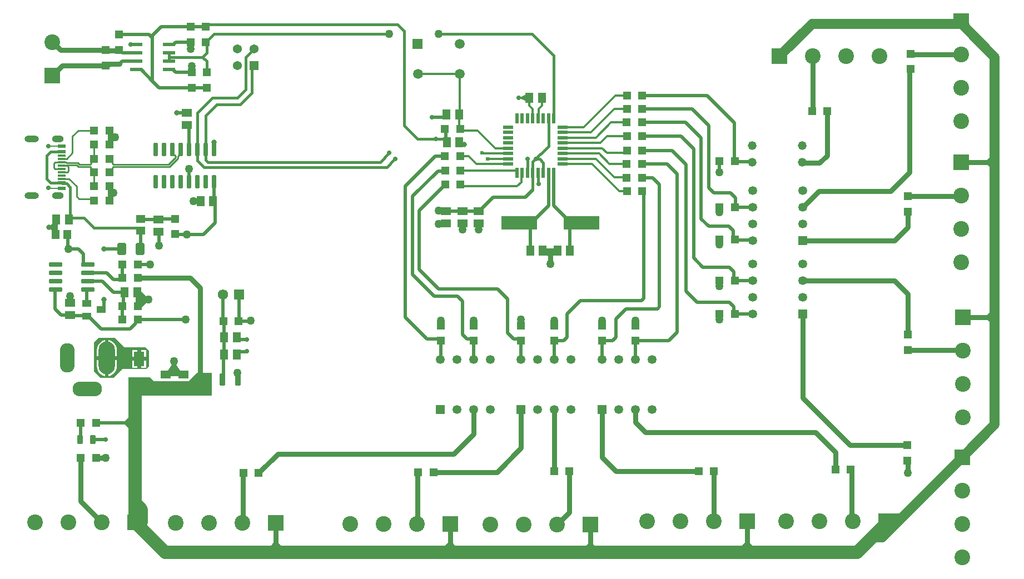
<source format=gtl>
G04*
G04 #@! TF.GenerationSoftware,Altium Limited,Altium Designer,25.4.2 (15)*
G04*
G04 Layer_Physical_Order=1*
G04 Layer_Color=255*
%FSLAX44Y44*%
%MOMM*%
G71*
G04*
G04 #@! TF.SameCoordinates,AB3986B5-8965-4272-984F-493E451A5069*
G04*
G04*
G04 #@! TF.FilePolarity,Positive*
G04*
G01*
G75*
%ADD10C,0.2000*%
%ADD11C,0.4000*%
%ADD14C,0.3000*%
%ADD81R,1.1500X1.1500*%
G04:AMPARAMS|DCode=82|XSize=1.97mm|YSize=0.6mm|CornerRadius=0.075mm|HoleSize=0mm|Usage=FLASHONLY|Rotation=270.000|XOffset=0mm|YOffset=0mm|HoleType=Round|Shape=RoundedRectangle|*
%AMROUNDEDRECTD82*
21,1,1.9700,0.4500,0,0,270.0*
21,1,1.8200,0.6000,0,0,270.0*
1,1,0.1500,-0.2250,-0.9100*
1,1,0.1500,-0.2250,0.9100*
1,1,0.1500,0.2250,0.9100*
1,1,0.1500,0.2250,-0.9100*
%
%ADD82ROUNDEDRECTD82*%
G04:AMPARAMS|DCode=83|XSize=1.84mm|YSize=0.93mm|CornerRadius=0.1163mm|HoleSize=0mm|Usage=FLASHONLY|Rotation=270.000|XOffset=0mm|YOffset=0mm|HoleType=Round|Shape=RoundedRectangle|*
%AMROUNDEDRECTD83*
21,1,1.8400,0.6975,0,0,270.0*
21,1,1.6075,0.9300,0,0,270.0*
1,1,0.2325,-0.3488,-0.8038*
1,1,0.2325,-0.3488,0.8038*
1,1,0.2325,0.3488,0.8038*
1,1,0.2325,0.3488,-0.8038*
%
%ADD83ROUNDEDRECTD83*%
%ADD84R,1.1500X0.2980*%
%ADD85R,1.1500X0.5900*%
%ADD86R,1.3000X1.5000*%
%ADD87R,1.1500X1.1500*%
%ADD88R,1.2000X1.4700*%
%ADD89R,1.5000X1.3000*%
%ADD90R,1.9812X0.5334*%
%ADD91R,5.5000X2.0000*%
G04:AMPARAMS|DCode=92|XSize=0.55mm|YSize=1.47mm|CornerRadius=0.0688mm|HoleSize=0mm|Usage=FLASHONLY|Rotation=90.000|XOffset=0mm|YOffset=0mm|HoleType=Round|Shape=RoundedRectangle|*
%AMROUNDEDRECTD92*
21,1,0.5500,1.3325,0,0,90.0*
21,1,0.4125,1.4700,0,0,90.0*
1,1,0.1375,0.6663,0.2063*
1,1,0.1375,0.6663,-0.2063*
1,1,0.1375,-0.6663,-0.2063*
1,1,0.1375,-0.6663,0.2063*
%
%ADD92ROUNDEDRECTD92*%
G04:AMPARAMS|DCode=93|XSize=1.47mm|YSize=0.55mm|CornerRadius=0.0688mm|HoleSize=0mm|Usage=FLASHONLY|Rotation=90.000|XOffset=0mm|YOffset=0mm|HoleType=Round|Shape=RoundedRectangle|*
%AMROUNDEDRECTD93*
21,1,1.4700,0.4125,0,0,90.0*
21,1,1.3325,0.5500,0,0,90.0*
1,1,0.1375,0.2063,0.6663*
1,1,0.1375,0.2063,-0.6663*
1,1,0.1375,-0.2063,-0.6663*
1,1,0.1375,-0.2063,0.6663*
%
%ADD93ROUNDEDRECTD93*%
%ADD94R,1.4700X1.2000*%
%ADD95R,1.4000X1.0000*%
%ADD96R,1.5500X2.2000*%
G04:AMPARAMS|DCode=97|XSize=0.86mm|YSize=1.36mm|CornerRadius=0.215mm|HoleSize=0mm|Usage=FLASHONLY|Rotation=180.000|XOffset=0mm|YOffset=0mm|HoleType=Round|Shape=RoundedRectangle|*
%AMROUNDEDRECTD97*
21,1,0.8600,0.9300,0,0,180.0*
21,1,0.4300,1.3600,0,0,180.0*
1,1,0.4300,-0.2150,0.4650*
1,1,0.4300,0.2150,0.4650*
1,1,0.4300,0.2150,-0.4650*
1,1,0.4300,-0.2150,-0.4650*
%
%ADD97ROUNDEDRECTD97*%
G04:AMPARAMS|DCode=98|XSize=1.97mm|YSize=0.6mm|CornerRadius=0.075mm|HoleSize=0mm|Usage=FLASHONLY|Rotation=180.000|XOffset=0mm|YOffset=0mm|HoleType=Round|Shape=RoundedRectangle|*
%AMROUNDEDRECTD98*
21,1,1.9700,0.4500,0,0,180.0*
21,1,1.8200,0.6000,0,0,180.0*
1,1,0.1500,-0.9100,0.2250*
1,1,0.1500,0.9100,0.2250*
1,1,0.1500,0.9100,-0.2250*
1,1,0.1500,-0.9100,-0.2250*
%
%ADD98ROUNDEDRECTD98*%
G04:AMPARAMS|DCode=99|XSize=1.3mm|YSize=1.8mm|CornerRadius=0.195mm|HoleSize=0mm|Usage=FLASHONLY|Rotation=0.000|XOffset=0mm|YOffset=0mm|HoleType=Round|Shape=RoundedRectangle|*
%AMROUNDEDRECTD99*
21,1,1.3000,1.4100,0,0,0.0*
21,1,0.9100,1.8000,0,0,0.0*
1,1,0.3900,0.4550,-0.7050*
1,1,0.3900,-0.4550,-0.7050*
1,1,0.3900,-0.4550,0.7050*
1,1,0.3900,0.4550,0.7050*
%
%ADD99ROUNDEDRECTD99*%
%ADD100C,1.5400*%
%ADD101C,0.7400*%
%ADD102C,2.0000*%
%ADD103C,0.5400*%
%ADD104C,0.2772*%
%ADD105C,0.7300*%
%ADD106R,1.4980X1.4980*%
%ADD107C,1.4980*%
%ADD108O,1.8000X1.0000*%
%ADD109O,2.2000X1.0000*%
%ADD110C,2.4000*%
%ADD111R,2.4000X2.4000*%
%ADD112R,2.4000X2.4000*%
%ADD113O,4.5000X2.2500*%
%ADD114O,2.2500X4.5000*%
%ADD115O,2.5000X5.0000*%
%ADD116C,1.3500*%
%ADD117R,1.3500X1.3500*%
%ADD118R,1.3500X1.3500*%
%ADD119C,1.3208*%
%ADD120C,1.3700*%
%ADD121R,1.3700X1.3700*%
%ADD122R,1.5750X1.5750*%
%ADD123C,1.5750*%
%ADD124C,0.8000*%
%ADD125C,1.2700*%
%ADD126C,0.7000*%
%ADD127C,0.6000*%
%ADD128C,0.6110*%
G36*
X781050Y722630D02*
X778510Y725170D01*
Y722630D01*
X767080Y727710D01*
X773430Y730250D01*
X778510Y732790D01*
Y730250D01*
X781050Y732790D01*
Y722630D01*
D02*
G37*
G36*
X153035Y667385D02*
X151768D01*
Y666117D01*
X147638Y661988D01*
X144150D01*
Y676270D01*
X153035Y667385D01*
D02*
G37*
G36*
X153670Y583250D02*
Y581340D01*
X143830Y571500D01*
Y593090D01*
X153670Y583250D01*
D02*
G37*
G36*
X62725Y519925D02*
X62560Y519760D01*
X52070Y530250D01*
Y531470D01*
X62725Y542125D01*
Y519925D01*
D02*
G37*
G36*
X815035Y483392D02*
X814818D01*
X806710Y491500D01*
X823142D01*
X815035Y483392D01*
D02*
G37*
G36*
X204720Y420620D02*
X188980Y404880D01*
X188515Y405345D01*
Y436825D01*
X204720Y420620D01*
D02*
G37*
G36*
X256059Y306680D02*
X228600D01*
X242288Y326108D01*
X256059Y306680D01*
D02*
G37*
G36*
X166370Y347980D02*
X199390D01*
X204470Y342900D01*
Y318770D01*
X200660Y314960D01*
X163830D01*
X149860Y300990D01*
X130810D01*
X120650Y311150D01*
Y355600D01*
X127000Y361950D01*
X152400D01*
X166370Y347980D01*
D02*
G37*
G36*
X299720Y274320D02*
X172720D01*
Y302260D01*
X205740D01*
X212090Y295910D01*
X264160D01*
X276860Y308610D01*
X299720D01*
Y274320D01*
D02*
G37*
%LPC*%
G36*
X142700Y358810D02*
Y334240D01*
X155043D01*
Y343970D01*
X154752Y346918D01*
X153892Y349753D01*
X152496Y352366D01*
X150616Y354656D01*
X148326Y356536D01*
X145713Y357932D01*
X142878Y358792D01*
X142700Y358810D01*
D02*
G37*
G36*
X137160D02*
X136982Y358792D01*
X134147Y357932D01*
X131534Y356536D01*
X129244Y354656D01*
X127364Y352366D01*
X125968Y349753D01*
X125108Y346918D01*
X124817Y343970D01*
Y334240D01*
X137160D01*
Y358810D01*
D02*
G37*
G36*
X199520Y344100D02*
X192000D01*
Y333330D01*
X199520D01*
Y344100D01*
D02*
G37*
G36*
X186460D02*
X178940D01*
Y333330D01*
X186460D01*
Y344100D01*
D02*
G37*
G36*
X199520Y327790D02*
X192000D01*
Y317020D01*
X199520D01*
Y327790D01*
D02*
G37*
G36*
X186460D02*
X178940D01*
Y317020D01*
X186460D01*
Y327790D01*
D02*
G37*
G36*
X155043Y328700D02*
X142700D01*
Y304130D01*
X142878Y304148D01*
X145713Y305008D01*
X148326Y306404D01*
X150616Y308284D01*
X152496Y310574D01*
X153892Y313187D01*
X154752Y316022D01*
X155043Y318970D01*
Y328700D01*
D02*
G37*
G36*
X137160D02*
X124817D01*
Y318970D01*
X125108Y316022D01*
X125968Y313187D01*
X127364Y310574D01*
X129244Y308284D01*
X131534Y306404D01*
X134147Y305008D01*
X136982Y304148D01*
X137160Y304130D01*
Y328700D01*
D02*
G37*
%LPD*%
D10*
X50925Y590425D02*
X70955D01*
X50800Y590550D02*
X50925Y590425D01*
X70955D02*
X71080Y590300D01*
X50925Y654175D02*
X70955D01*
X50800Y654050D02*
X50925Y654175D01*
X70955D02*
X71080Y654300D01*
D11*
X593090Y685800D02*
Y829310D01*
X582930Y839470D02*
X593090Y829310D01*
X294000Y839470D02*
X582930D01*
X290830Y836300D02*
X294000Y839470D01*
X820480Y697020D02*
Y792420D01*
X787400Y825500D02*
X820480Y792420D01*
X645160Y825500D02*
X787400D01*
X303530D02*
X570230D01*
X290830Y812800D02*
X303530Y825500D01*
X797020Y597440D02*
Y613023D01*
X796635Y613408D02*
X797020Y613023D01*
Y597440D02*
X797560Y596900D01*
X788480Y630567D02*
X812480Y654567D01*
X793928Y634823D02*
X799007D01*
X804480Y629350D01*
X793750Y635000D02*
X793928Y634823D01*
X278130Y632460D02*
X288290Y622300D01*
X278130Y632460D02*
Y649590D01*
X288290Y622300D02*
X566420D01*
X278130Y649590D02*
Y704850D01*
X613410Y665480D02*
X641350D01*
X593090Y685800D02*
X613410Y665480D01*
X780480Y613620D02*
Y633997D01*
X788480Y613620D02*
Y630567D01*
X641350Y665480D02*
X656295D01*
X812480Y654567D02*
Y697020D01*
X300990Y727710D02*
X339090D01*
X278130Y704850D02*
X300990Y727710D01*
X339090D02*
X351790Y740410D01*
X307340Y717550D02*
X342900D01*
X360680Y735330D02*
Y773430D01*
X342900Y717550D02*
X360680Y735330D01*
X351790Y740410D02*
Y789940D01*
X360680Y773430D02*
X364490Y777240D01*
X351790Y789940D02*
X364490Y802640D01*
X290830Y649590D02*
Y701040D01*
X307340Y717550D01*
X293993Y629920D02*
X556260D01*
X566420Y622300D02*
X577850Y633730D01*
X556260Y629920D02*
X570230Y643890D01*
X290830Y633083D02*
Y649590D01*
Y633083D02*
X293993Y629920D01*
X285750Y789940D02*
X292100Y783590D01*
X285750Y789940D02*
X292100Y796290D01*
Y811530D01*
X234188Y789940D02*
X285750D01*
X290830Y812800D02*
X292100Y811530D01*
Y767080D02*
Y783590D01*
X234188Y789940D02*
Y796290D01*
Y783590D02*
Y789940D01*
X81890Y542290D02*
X84430Y544830D01*
X48260Y604520D02*
Y640080D01*
X105410Y544830D02*
X120170Y530070D01*
X84430Y544830D02*
X105410D01*
X120170Y530070D02*
X186420D01*
X188940Y527550D01*
Y523240D02*
Y527550D01*
X83820Y544220D02*
Y591917D01*
X78387Y597350D02*
X83820Y591917D01*
X72030Y597350D02*
X78387D01*
X71080Y598300D02*
X72030Y597350D01*
X54480Y646300D02*
X71080D01*
X48260Y640080D02*
X54480Y646300D01*
X48260Y604520D02*
X54480Y598300D01*
X71080D01*
X804480Y613620D02*
Y629350D01*
X788480Y587820D02*
Y613620D01*
D14*
X614160Y764900D02*
X677660D01*
Y703720D02*
Y764900D01*
X676250Y702310D02*
X677660Y703720D01*
X676250Y682650D02*
Y702310D01*
X702370Y627320D02*
X750780D01*
X711200Y643890D02*
X711485Y643605D01*
X750495D01*
X720090Y635000D02*
X720250Y635160D01*
X750620D01*
X750780Y635320D01*
X750495Y643605D02*
X750780Y643320D01*
X678180Y638810D02*
X690880D01*
X702370Y627320D01*
X676250Y682650D02*
X680720Y678180D01*
X771230Y599780D02*
Y612370D01*
X764540Y593090D02*
X771230Y599780D01*
X681040Y593090D02*
X764540D01*
X678500Y595630D02*
X681040Y593090D01*
X771230Y612370D02*
X772480Y613620D01*
X764480D02*
Y615970D01*
X763230Y617220D02*
X764480Y615970D01*
X678500Y617220D02*
X763230D01*
X704850Y678180D02*
X731710Y651320D01*
X680720Y678180D02*
X704850D01*
X731710Y651320D02*
X750780D01*
X914400Y731520D02*
X931860D01*
X866200Y683320D02*
X914400Y731520D01*
X877250Y675320D02*
X913130Y711200D01*
X931860D01*
X834180Y675320D02*
X877250D01*
X884490Y667320D02*
X908050Y690880D01*
X834180Y667320D02*
X884490D01*
X908050Y690880D02*
X931540D01*
X901700Y643890D02*
X928050D01*
X894270Y651320D02*
X901700Y643890D01*
X834180Y651320D02*
X894270D01*
X920750Y585470D02*
X931860D01*
X878900Y627320D02*
X920750Y585470D01*
X834180Y627320D02*
X878900D01*
X884870Y635320D02*
X913130Y607060D01*
X930270D01*
X834180Y635320D02*
X884870D01*
X905510Y627380D02*
X931540D01*
X834180Y643320D02*
X889570D01*
X905510Y627380D01*
X928050Y643890D02*
X931860Y647700D01*
X930270Y607060D02*
X931540Y605790D01*
X901700Y669290D02*
X931860D01*
X891730Y659320D02*
X901700Y669290D01*
X834180Y659320D02*
X891730D01*
X834180Y683320D02*
X866200D01*
X767080Y727710D02*
X783590D01*
X797730Y698270D02*
Y711370D01*
X802590Y716230D02*
Y727710D01*
X797730Y711370D02*
X802590Y716230D01*
X796480Y697020D02*
X797730Y698270D01*
X782980Y716607D02*
X788480Y711107D01*
X782980Y716607D02*
Y725440D01*
X788480Y697020D02*
Y711107D01*
D81*
X1096330Y631190D02*
D03*
X1072830D02*
D03*
X1249360Y161290D02*
D03*
X1272860D02*
D03*
X637540Y157480D02*
D03*
X614040D02*
D03*
X821050Y158750D02*
D03*
X844550D02*
D03*
X655000Y595630D02*
D03*
X678500D02*
D03*
X955360Y585470D02*
D03*
X931860D02*
D03*
X1072830Y561340D02*
D03*
X1096330D02*
D03*
X1072830Y511810D02*
D03*
X1096330D02*
D03*
X1237300Y707390D02*
D03*
X1213800D02*
D03*
X955360Y731520D02*
D03*
X931860D02*
D03*
X955360Y711200D02*
D03*
X931860D02*
D03*
X955040Y690880D02*
D03*
X931540D02*
D03*
X1073150Y449580D02*
D03*
X1096650D02*
D03*
X1073150Y398780D02*
D03*
X1096650D02*
D03*
X955360Y669290D02*
D03*
X931860D02*
D03*
X955360Y647700D02*
D03*
X931860D02*
D03*
X1041080Y158750D02*
D03*
X1064580D02*
D03*
X955040Y605790D02*
D03*
X931540D02*
D03*
X955040Y627380D02*
D03*
X931540D02*
D03*
X654680Y638810D02*
D03*
X678180D02*
D03*
X655000Y617220D02*
D03*
X678500D02*
D03*
X371160Y156210D02*
D03*
X347660D02*
D03*
X123510Y179070D02*
D03*
X100010D02*
D03*
X654680Y680720D02*
D03*
X678180D02*
D03*
X144150Y678180D02*
D03*
X120650D02*
D03*
X120330Y571500D02*
D03*
X143830D02*
D03*
X120650Y656590D02*
D03*
X144150D02*
D03*
X120330Y593090D02*
D03*
X143830D02*
D03*
X120650Y635000D02*
D03*
X144150D02*
D03*
X120330Y614680D02*
D03*
X143830D02*
D03*
X317180Y387350D02*
D03*
X340680D02*
D03*
X187010Y410210D02*
D03*
X163510D02*
D03*
X187010Y389890D02*
D03*
X163510D02*
D03*
X187010Y473710D02*
D03*
X163510D02*
D03*
Y453390D02*
D03*
X187010D02*
D03*
X123510Y232410D02*
D03*
X100010D02*
D03*
D82*
X303530Y649590D02*
D03*
X290830D02*
D03*
X278130D02*
D03*
X265430D02*
D03*
X252730D02*
D03*
X240030D02*
D03*
X227330D02*
D03*
X214630D02*
D03*
Y600090D02*
D03*
X227330D02*
D03*
X240030D02*
D03*
X252730D02*
D03*
X265430D02*
D03*
X278130D02*
D03*
X290830D02*
D03*
X303530D02*
D03*
D83*
X293230Y298820D02*
D03*
X316230D02*
D03*
X339230D02*
D03*
D84*
X71080Y624800D02*
D03*
Y619800D02*
D03*
Y614800D02*
D03*
Y629800D02*
D03*
Y634800D02*
D03*
Y609800D02*
D03*
Y604800D02*
D03*
Y639800D02*
D03*
D85*
Y646300D02*
D03*
Y598300D02*
D03*
Y590300D02*
D03*
Y654300D02*
D03*
D86*
X657250Y702310D02*
D03*
X676250D02*
D03*
X783590Y727710D02*
D03*
X802590D02*
D03*
X845160Y495300D02*
D03*
X826160D02*
D03*
X784910D02*
D03*
X803910D02*
D03*
X676910Y660400D02*
D03*
X657910D02*
D03*
X282600Y570230D02*
D03*
X301600D02*
D03*
X62890Y542290D02*
D03*
X81890D02*
D03*
X337770Y363220D02*
D03*
X318770D02*
D03*
X337770Y336550D02*
D03*
X318770D02*
D03*
X186030Y431800D02*
D03*
X167030D02*
D03*
D87*
X267970Y836300D02*
D03*
Y812800D02*
D03*
X290830Y836300D02*
D03*
Y812800D02*
D03*
X269240Y743580D02*
D03*
Y767080D02*
D03*
X292100Y743580D02*
D03*
Y767080D02*
D03*
X158750Y801050D02*
D03*
Y824550D02*
D03*
X138430Y800740D02*
D03*
Y777240D02*
D03*
X698500Y381320D02*
D03*
Y357820D02*
D03*
X648970Y381320D02*
D03*
Y357820D02*
D03*
X821690Y381320D02*
D03*
Y357820D02*
D03*
X770890Y381320D02*
D03*
Y357820D02*
D03*
X1363980Y771840D02*
D03*
Y795340D02*
D03*
X1360170Y554670D02*
D03*
Y578170D02*
D03*
Y367350D02*
D03*
Y343850D02*
D03*
X1358900Y198760D02*
D03*
Y175260D02*
D03*
X894080Y381320D02*
D03*
Y357820D02*
D03*
X944880Y381320D02*
D03*
Y357820D02*
D03*
X243840Y520380D02*
D03*
Y543880D02*
D03*
D88*
X62230Y519430D02*
D03*
X79430D02*
D03*
D89*
X261620Y686460D02*
D03*
Y705460D02*
D03*
X681990Y536600D02*
D03*
Y555600D02*
D03*
X706120Y536600D02*
D03*
Y555600D02*
D03*
X656590Y536600D02*
D03*
Y555600D02*
D03*
X218440Y523900D02*
D03*
Y542900D02*
D03*
X83820Y415900D02*
D03*
Y396900D02*
D03*
X256540Y306680D02*
D03*
Y287680D02*
D03*
X229870Y306680D02*
D03*
Y287680D02*
D03*
D90*
X184912Y770890D02*
D03*
Y783590D02*
D03*
Y796290D02*
D03*
Y808990D02*
D03*
X234188D02*
D03*
Y796290D02*
D03*
Y783590D02*
D03*
Y770890D02*
D03*
D91*
X862840Y537210D02*
D03*
X767840D02*
D03*
D92*
X834180Y627320D02*
D03*
Y635320D02*
D03*
Y643320D02*
D03*
Y651320D02*
D03*
Y659320D02*
D03*
Y667320D02*
D03*
Y675320D02*
D03*
Y683320D02*
D03*
X750780D02*
D03*
Y675320D02*
D03*
Y667320D02*
D03*
Y659320D02*
D03*
Y651320D02*
D03*
Y643320D02*
D03*
Y635320D02*
D03*
Y627320D02*
D03*
D93*
X764480Y613620D02*
D03*
X772480D02*
D03*
X780480D02*
D03*
X788480D02*
D03*
X796480D02*
D03*
X804480D02*
D03*
X812480D02*
D03*
X820480D02*
D03*
Y697020D02*
D03*
X812480D02*
D03*
X804480D02*
D03*
X796480D02*
D03*
X788480D02*
D03*
X780480D02*
D03*
X772480D02*
D03*
X764480D02*
D03*
D94*
X191770Y543270D02*
D03*
Y526070D02*
D03*
D95*
X109650Y414630D02*
D03*
Y395630D02*
D03*
X131650Y405130D02*
D03*
D96*
X189230Y289560D02*
D03*
Y330560D02*
D03*
D97*
X99470Y207010D02*
D03*
X118970D02*
D03*
D98*
X111060Y435610D02*
D03*
Y448310D02*
D03*
Y461010D02*
D03*
Y473710D02*
D03*
X61660D02*
D03*
Y461010D02*
D03*
Y448310D02*
D03*
Y435610D02*
D03*
D99*
X190660Y497840D02*
D03*
X162560D02*
D03*
D100*
X1320800Y58420D02*
X1349230Y86850D01*
X1305560Y58420D02*
X1320800D01*
X1349230Y86850D02*
X1442720Y180340D01*
X1492250Y393700D02*
Y629920D01*
Y229870D02*
Y393700D01*
Y629920D02*
Y789940D01*
X1437640Y840740D02*
X1441450Y844550D01*
X1164590Y791210D02*
X1214120Y840740D01*
X1437640D01*
X1327150Y82550D02*
X1331450Y86850D01*
X1349230D01*
X1442720Y180340D02*
X1492250Y229870D01*
X1445750Y836440D02*
X1492250Y789940D01*
X1445750Y836440D02*
Y840250D01*
X1441450Y844550D02*
X1445750Y840250D01*
D101*
X1115060Y49530D02*
Y82550D01*
Y35560D02*
Y49530D01*
X187010Y453390D02*
X266700D01*
X281940Y438150D01*
Y291053D02*
Y438150D01*
X1362710Y614680D02*
Y770570D01*
X1224280Y585470D02*
X1333500D01*
X1362710Y614680D01*
X1200150Y561340D02*
X1224280Y585470D01*
X1362710Y770570D02*
X1363980Y771840D01*
X1237300Y640400D02*
Y707390D01*
X1216522Y628650D02*
X1225550D01*
X1237300Y640400D01*
X138430Y777240D02*
X140480Y779290D01*
X144325D02*
X144815Y779780D01*
X140480Y779290D02*
X144325D01*
X144815Y779780D02*
X159474D01*
X138430Y800420D02*
X158750D01*
X72390Y777240D02*
X138430D01*
X57150Y762000D02*
X72390Y777240D01*
X57725Y812800D02*
X69785Y800740D01*
X57150Y812800D02*
X57725D01*
X69785Y800740D02*
X138430D01*
X1271900Y198760D02*
X1358900D01*
X1200150Y270510D02*
Y398780D01*
Y270510D02*
X1271900Y198760D01*
X826160Y494300D02*
Y495300D01*
X823360Y491500D02*
X826160Y494300D01*
X815035Y491500D02*
X823360D01*
X803910Y495300D02*
X815035D01*
Y491500D02*
Y495300D01*
X806710Y491500D02*
X815035D01*
X803910Y494300D02*
X806710Y491500D01*
X803910Y494300D02*
Y495300D01*
X815035Y475285D02*
X815340Y474980D01*
X815035Y475285D02*
Y491500D01*
Y495300D02*
X826160D01*
X1360170Y530860D02*
Y554670D01*
X1200150Y510540D02*
X1339850D01*
X1360170Y530860D01*
X1200150Y449580D02*
X1339850D01*
X1360170Y367350D02*
Y429260D01*
X1339850Y449580D02*
X1360170Y429260D01*
X1198880Y629920D02*
X1199991Y628809D01*
X1216363D01*
X1216522Y628650D01*
X1358900Y175260D02*
X1359535Y174625D01*
Y156845D02*
Y174625D01*
Y156845D02*
X1360170Y156210D01*
X1441450Y629920D02*
X1480820D01*
X1443990Y393700D02*
X1480820D01*
X876300Y48260D02*
Y77470D01*
X662940Y49530D02*
Y78740D01*
X397510Y49530D02*
Y80010D01*
X100010Y113350D02*
X132080Y81280D01*
X100010Y113350D02*
Y179070D01*
X346710Y80010D02*
X347185Y80485D01*
Y155735D01*
X347660Y156210D01*
X612140Y78740D02*
X613090Y79690D01*
Y156530D01*
X614040Y157480D01*
X825500Y77470D02*
X844550Y96520D01*
Y158750D01*
X1064260Y82550D02*
X1064420Y82710D01*
Y158590D01*
X1064580Y158750D01*
X1274605Y84295D02*
X1276350Y82550D01*
X1274605Y84295D02*
Y159545D01*
X1272860Y161290D02*
X1274605Y159545D01*
X1443515Y343375D02*
X1443990Y342900D01*
X1360645Y343375D02*
X1443515D01*
X1360170Y343850D02*
X1360645Y343375D01*
X1440975Y578645D02*
X1441450Y579120D01*
X1360645Y578645D02*
X1440975D01*
X1360170Y578170D02*
X1360645Y578645D01*
X1440655Y794545D02*
X1441450Y793750D01*
X1364775Y794545D02*
X1440655D01*
X1363980Y795340D02*
X1364775Y794545D01*
X1213800Y707390D02*
X1214595Y708185D01*
Y790415D01*
X1215390Y791210D01*
D102*
X192405Y81280D02*
Y100965D01*
X182880Y110490D02*
Y289560D01*
X1115060Y35560D02*
X1282700D01*
X676910D02*
X1115060D01*
X383540D02*
X405130D01*
X182880Y81280D02*
Y110490D01*
X1282700Y35560D02*
X1305560Y58420D01*
X1325150Y78010D01*
Y80550D01*
X1327150Y82550D01*
X655320Y35560D02*
X676910D01*
X405130D02*
X655320D01*
X228600D02*
X381000D01*
X182880Y81280D02*
X228600Y35560D01*
X182880Y110490D02*
X192405Y100965D01*
D103*
X684033Y657087D02*
X684530Y656590D01*
X680222Y657087D02*
X684033D01*
X676910Y660400D02*
X680222Y657087D01*
X143830Y582295D02*
X149225D01*
X149860Y582930D01*
X144150Y667385D02*
X151765D01*
X152400Y668020D01*
X339090Y298960D02*
Y308610D01*
Y298960D02*
X339230Y298820D01*
X303530Y649590D02*
Y660400D01*
X271780Y570230D02*
X282600D01*
X245110Y704850D02*
X245415Y705155D01*
X261315D01*
X261620Y705460D01*
X337770Y363220D02*
X341274Y359716D01*
X352754D01*
X353060Y359410D01*
X337770Y336550D02*
Y337524D01*
X341570Y341324D01*
X352754D01*
X353060Y341630D01*
X209550Y753425D02*
Y819150D01*
Y753425D02*
X219395Y743580D01*
X269240D01*
X184912Y770890D02*
X192085D01*
X209550Y753425D01*
X204150Y824550D02*
X209550Y819150D01*
X635000Y698500D02*
X653450D01*
X657250Y702300D01*
Y702310D01*
X265430Y600090D02*
Y619760D01*
X316230Y298820D02*
X317500Y300090D01*
X135393Y419873D02*
X135890Y420370D01*
X135393Y407430D02*
Y419873D01*
X131650Y405130D02*
X133092D01*
X135393Y407430D01*
X104440Y473710D02*
X111060D01*
X104140Y474010D02*
X104440Y473710D01*
X104140Y474010D02*
Y490220D01*
X96520Y497840D02*
X104140Y490220D01*
X81280Y497840D02*
X96520D01*
X186030Y409550D02*
Y431800D01*
X187010Y410210D02*
X190060Y413260D01*
X186350Y409550D02*
X187010Y410210D01*
X79430Y519430D02*
X80355Y518505D01*
Y498765D02*
Y518505D01*
Y498765D02*
X81280Y497840D01*
X135890D02*
X162560D01*
X165270Y430040D02*
X167030Y431800D01*
X165270Y411970D02*
Y430040D01*
X163510Y410210D02*
X165270Y411970D01*
X163510Y389890D02*
Y410210D01*
Y453390D02*
Y473710D01*
X219075Y503555D02*
Y523265D01*
X218440Y523900D02*
X219075Y523265D01*
Y503555D02*
X219710Y502920D01*
X243350Y543390D02*
X243840Y543880D01*
X218930Y543390D02*
X243350D01*
X218440Y542900D02*
X218930Y543390D01*
X218255Y543085D02*
X218440Y542900D01*
X191955Y543085D02*
X218255D01*
X191770Y543270D02*
X191955Y543085D01*
X781050Y634567D02*
Y635000D01*
X780480Y633997D02*
X781050Y634567D01*
X656295Y665480D02*
Y679105D01*
X615950Y556580D02*
X655000Y595630D01*
X615950Y466090D02*
Y556580D01*
Y466090D02*
X645160Y436880D01*
X605790Y458470D02*
Y577850D01*
Y458470D02*
X638810Y425450D01*
X605790Y577850D02*
X644313Y616373D01*
X594360Y593090D02*
X640080Y638810D01*
X594360Y393700D02*
Y593090D01*
Y393700D02*
X627380Y360680D01*
X83820Y415900D02*
Y425450D01*
X133350Y448310D02*
X149860Y431800D01*
X167030D01*
X111060Y448310D02*
X133350D01*
X160970Y450850D02*
X163510Y453390D01*
X149860Y450850D02*
X160970D01*
X139700Y461010D02*
X149860Y450850D01*
X111060Y461010D02*
X139700D01*
X109650Y414630D02*
Y435310D01*
X109950Y435610D01*
X111060D01*
X209550Y819150D02*
Y822960D01*
X158750Y824550D02*
X204150D01*
X267970Y836300D02*
X290830D01*
X222890D02*
X267970D01*
X209550Y822960D02*
X222890Y836300D01*
X269240Y743580D02*
X292100D01*
X301600Y570230D02*
X303230Y571860D01*
Y599790D01*
X303530Y600090D01*
X301600Y570230D02*
X304800Y567030D01*
Y537210D02*
Y567030D01*
X287020Y519430D02*
X304800Y537210D01*
X261620Y519430D02*
X287020D01*
X261145Y519905D02*
X261620Y519430D01*
X244315Y519905D02*
X261145D01*
X243840Y520380D02*
X244315Y519905D01*
X930910Y406400D02*
X978547D01*
X915670Y391160D02*
X930910Y406400D01*
X978547D02*
X981710Y409563D01*
Y595630D01*
X861060Y419100D02*
X954417D01*
X957580Y422263D02*
Y583250D01*
X840740Y398780D02*
X861060Y419100D01*
X954417D02*
X957580Y422263D01*
X1072830Y631190D02*
X1072990Y631030D01*
Y614840D02*
Y631030D01*
Y614840D02*
X1073150Y614680D01*
X340680Y387350D02*
X358140D01*
X359410Y388620D01*
X187010Y389890D02*
X260350D01*
X61260Y435610D02*
X61660D01*
X60960Y435310D02*
X61260Y435610D01*
X60960Y406400D02*
Y435310D01*
Y406400D02*
X70460Y396900D01*
X83820D01*
X111650Y395630D02*
X131360Y375920D01*
X175260D02*
X183960Y384620D01*
X131360Y375920D02*
X175260D01*
X183960Y386840D02*
X187010Y389890D01*
X183960Y384620D02*
Y386840D01*
X109650Y395630D02*
X111650D01*
X109015Y396265D02*
X109650Y395630D01*
X84455Y396265D02*
X109015D01*
X83820Y396900D02*
X84455Y396265D01*
X242570Y325120D02*
Y326390D01*
Y325120D02*
X243205Y324485D01*
Y306680D02*
Y324485D01*
Y306680D02*
X256540D01*
X229870D02*
X243205D01*
X190060Y413580D02*
X195453Y418973D01*
X201803D02*
X203200Y420370D01*
X186030Y409550D02*
X186350D01*
X195453Y418973D02*
X201803D01*
X190060Y413260D02*
Y413580D01*
X187010Y473710D02*
X205740D01*
X267970Y802640D02*
Y812800D01*
X269240Y767080D02*
Y775970D01*
X244590Y767080D02*
X269240D01*
X234188Y770890D02*
X241361D01*
X241394Y770857D01*
Y770276D02*
Y770857D01*
Y770276D02*
X244590Y767080D01*
X234188Y808990D02*
X241361D01*
X241394Y809023D02*
Y809604D01*
X244590Y812800D02*
X267970D01*
X241361Y808990D02*
X241394Y809023D01*
Y809604D02*
X244590Y812800D01*
X159474Y779780D02*
X163284Y783590D01*
X163510Y796290D02*
X184912D01*
X163284Y783590D02*
X184912D01*
X158750Y801050D02*
X163510Y796290D01*
X265430Y649590D02*
Y685800D01*
X144150Y667385D02*
Y678180D01*
X143830Y582295D02*
Y593090D01*
Y571500D02*
Y582295D01*
X144150Y656590D02*
Y667385D01*
X191215Y523240D02*
Y525515D01*
Y498395D02*
Y523240D01*
X52070Y530860D02*
X62560D01*
Y541960D01*
X62230Y519430D02*
X62560Y519760D01*
Y530860D01*
Y541960D02*
X62890Y542290D01*
X190660Y497840D02*
X191215Y498395D01*
Y525515D02*
X191770Y526070D01*
X654680Y680720D02*
X656295Y679105D01*
X777240Y576580D02*
X788480Y587820D01*
X728100Y576580D02*
X777240D01*
X707120Y555600D02*
X728100Y576580D01*
X706120Y555600D02*
X707120D01*
X681990D02*
X706120D01*
X656590D02*
X681990D01*
X646110Y360680D02*
X648970Y357820D01*
X627380Y360680D02*
X646110D01*
X681990Y367030D02*
Y417830D01*
X674370Y425450D02*
X681990Y417830D01*
X638810Y425450D02*
X674370D01*
X681990Y367030D02*
X688150Y360870D01*
X695450D01*
X698500Y357820D01*
X640080Y638810D02*
X654680D01*
X654153Y616373D02*
X655000Y617220D01*
X644313Y616373D02*
X654153D01*
X750570Y369570D02*
Y421640D01*
X645160Y436880D02*
X735330D01*
X750570Y421640D01*
X767840Y360870D02*
X770890Y357820D01*
X759270Y360870D02*
X767840D01*
X750570Y369570D02*
X759270Y360870D01*
X647700Y328930D02*
X648335Y329565D01*
Y357185D01*
X648970Y357820D01*
X698500Y328930D02*
Y357820D01*
X770890Y328930D02*
Y357820D01*
X821690Y328930D02*
Y357820D01*
X894080Y328930D02*
Y357820D01*
X835340D02*
X840740Y363220D01*
X821690Y357820D02*
X835340D01*
X840740Y363220D02*
Y398780D01*
X915670Y363220D02*
Y391160D01*
X910270Y357820D02*
X915670Y363220D01*
X894080Y357820D02*
X910270D01*
X955040Y605790D02*
X971550D01*
X981710Y595630D01*
X955360Y585470D02*
X957580Y583250D01*
X944880Y328930D02*
Y357820D01*
X995360D01*
X1008380Y370840D01*
Y612140D01*
X993140Y627380D02*
X1008380Y612140D01*
X955040Y627380D02*
X993140D01*
X812480Y563560D02*
Y613620D01*
X767840Y537210D02*
X777610D01*
X784910Y544510D01*
X793430D01*
X812480Y563560D01*
X845340Y537210D02*
X852460D01*
X838040Y544510D02*
X845340Y537210D01*
X838040Y544510D02*
Y546260D01*
X852460Y537210D02*
X862840D01*
X820480Y563820D02*
X838040Y546260D01*
X820480Y563820D02*
Y613620D01*
X845160Y529910D02*
X852460Y537210D01*
X845160Y495300D02*
Y529910D01*
X784910Y495300D02*
Y529910D01*
X777610Y537210D02*
X784910Y529910D01*
X1056640Y590550D02*
Y685800D01*
X955360Y711200D02*
X1031240D01*
X1056640Y685800D01*
X1021080Y690880D02*
X1045210Y666750D01*
Y543560D02*
Y666750D01*
X955040Y690880D02*
X1021080D01*
X1054100Y731520D02*
X1096010Y689610D01*
Y631510D02*
Y689610D01*
X955360Y731520D02*
X1054100D01*
X1045210Y543560D02*
X1056640Y532130D01*
Y590550D02*
X1064260Y582930D01*
X1089660D02*
X1097280Y575310D01*
X1064260Y582930D02*
X1089660D01*
X1088390Y469900D02*
X1095060Y463230D01*
X1047750Y469900D02*
X1088390D01*
X1033780Y483870D02*
X1047750Y469900D01*
X1095060Y398780D02*
Y409890D01*
X1088390Y416560D02*
X1095060Y409890D01*
X1038860Y416560D02*
X1088390D01*
X1021715Y433705D02*
X1038860Y416560D01*
X1021715Y433705D02*
Y626745D01*
X1000760Y647700D02*
X1021715Y626745D01*
X955360Y647700D02*
X1000760D01*
X1095060Y449580D02*
Y463230D01*
X1033780Y483870D02*
Y650240D01*
X1014730Y669290D02*
X1033780Y650240D01*
X955360Y669290D02*
X1014730D01*
X1093590Y514550D02*
X1096965Y511175D01*
X1093590Y514550D02*
Y525660D01*
X1087120Y532130D02*
X1093590Y525660D01*
X1056640Y532130D02*
X1087120D01*
X1097280Y562290D02*
Y575310D01*
X1096330Y561340D02*
X1097280Y562290D01*
X1096010Y631510D02*
X1096330Y631190D01*
X1122045Y630555D02*
X1122680Y629920D01*
X1096965Y630555D02*
X1122045D01*
X1096330Y631190D02*
X1096965Y630555D01*
X1096330Y561340D02*
X1123950D01*
X1123315Y511175D02*
X1123950Y510540D01*
X1096965Y511175D02*
X1123315D01*
X1095060Y449580D02*
X1123950D01*
X1095060Y398780D02*
X1123950D01*
X1480820Y629920D02*
X1492250D01*
X383540Y35560D02*
X397510Y49530D01*
X1480820Y393700D02*
X1492250D01*
X655320Y35560D02*
Y41910D01*
X662940Y49530D01*
X655320Y35560D02*
X662940Y43180D01*
Y49530D01*
X397510Y43180D02*
X405130Y35560D01*
X397510Y43180D02*
Y49530D01*
X316630Y427990D02*
X316905Y427715D01*
Y387625D02*
Y427715D01*
Y387625D02*
X317180Y387350D01*
X341155Y427515D02*
X341630Y427990D01*
X341155Y387825D02*
Y427515D01*
X340680Y387350D02*
X341155Y387825D01*
X317180Y387350D02*
X317975Y386555D01*
Y364015D02*
Y386555D01*
Y364015D02*
X318770Y363220D01*
Y336550D02*
Y363220D01*
X317500Y335280D02*
X318770Y336550D01*
X317500Y300090D02*
Y335280D01*
X118970Y207010D02*
X138430D01*
X99470D02*
X99740Y207280D01*
Y232140D01*
X100010Y232410D01*
X168910D02*
X176530Y240030D01*
X168910Y232410D02*
X176530Y224790D01*
X123510Y232410D02*
X168910D01*
X1480820Y629920D02*
X1488440Y637540D01*
X1480820Y629920D02*
X1488440Y622300D01*
X1480820Y393700D02*
X1488440Y401320D01*
X1480820Y393700D02*
X1488440Y386080D01*
X1115060Y49530D02*
X1122680Y41910D01*
X1107440D02*
X1115060Y49530D01*
X876300Y48260D02*
X883920Y40640D01*
X868680D02*
X876300Y48260D01*
X662940Y49530D02*
X676910Y35560D01*
X405130D02*
Y41910D01*
X397510Y49530D02*
X405130Y41910D01*
X382270Y35560D02*
X383540D01*
D104*
X120330Y635000D02*
Y656270D01*
X115966Y619044D02*
Y621262D01*
X120330Y656270D02*
X120650Y656590D01*
X120330Y593090D02*
Y614680D01*
X96520Y678180D02*
X120650D01*
X87630Y669290D02*
X96520Y678180D01*
X87630Y643890D02*
Y669290D01*
X82270Y604800D02*
X93980Y593090D01*
X71080Y604800D02*
X82270D01*
X93980Y577850D02*
Y593090D01*
X78598Y634858D02*
X87630Y643890D01*
X71138Y634858D02*
X78598D01*
X71080Y634800D02*
X71138Y634858D01*
X117790Y574040D02*
X120330Y571500D01*
X97790Y574040D02*
X117790D01*
X93980Y577850D02*
X97790Y574040D01*
X143830Y614680D02*
X148194Y619044D01*
X235622Y622753D02*
X248401Y635532D01*
X149818Y622753D02*
X235622D01*
X248401Y635532D02*
Y639502D01*
X250024Y641126D02*
X251116D01*
X248401Y639502D02*
X250024Y641126D01*
X251116D02*
X252730Y642740D01*
Y649590D01*
X148194Y621129D02*
X149818Y622753D01*
X148194Y619044D02*
Y621129D01*
X150138Y626795D02*
X233948D01*
X148514Y628418D02*
X150138Y626795D01*
X241644Y641126D02*
X242736D01*
X244359Y637206D02*
Y639502D01*
X240030Y642740D02*
Y649590D01*
Y642740D02*
X241644Y641126D01*
X233948Y626795D02*
X244359Y637206D01*
X148514Y628418D02*
Y630636D01*
X144150Y635000D02*
X148514Y630636D01*
X242736Y641126D02*
X244359Y639502D01*
X71080Y629800D02*
X71184Y629696D01*
X114662Y626927D02*
X116286Y628551D01*
Y630636D01*
X95893Y629321D02*
X98287Y626927D01*
X78587Y629321D02*
X95893D01*
X78212Y629696D02*
X78587Y629321D01*
X71184Y629696D02*
X78212D01*
X98287Y626927D02*
X114662D01*
X116286Y630636D02*
X120650Y635000D01*
X94219Y625279D02*
X96613Y622886D01*
X71184Y624904D02*
X78212D01*
X96613Y622886D02*
X114342D01*
X71080Y624800D02*
X71184Y624904D01*
X115966Y619044D02*
X120330Y614680D01*
X114342Y622886D02*
X115966Y621262D01*
X78587Y625279D02*
X94219D01*
X78212Y624904D02*
X78587Y625279D01*
X59690Y621424D02*
Y628176D01*
Y621424D02*
X61314Y619800D01*
X71080D01*
X59690Y628176D02*
X61314Y629800D01*
X71080D01*
X71184Y614904D02*
X79656D01*
Y624696D02*
X81280Y623072D01*
Y616528D02*
Y623072D01*
X79656Y614904D02*
X81280Y616528D01*
X71080Y614800D02*
X71184Y614904D01*
X71080Y624800D02*
X71184Y624696D01*
D105*
X123510Y179070D02*
X138430D01*
X698500Y215900D02*
Y252730D01*
X668020Y185420D02*
X698500Y215900D01*
X400370Y185420D02*
X668020D01*
X371160Y156210D02*
X400370Y185420D01*
X944880Y233680D02*
Y252730D01*
X960120Y218440D02*
X1219200D01*
X944880Y233680D02*
X960120Y218440D01*
X1249360Y161290D02*
Y188280D01*
X1219200Y218440D02*
X1249360Y188280D01*
X915670Y158750D02*
X1041080D01*
X894080Y180340D02*
X915670Y158750D01*
X894080Y180340D02*
Y252730D01*
X821370Y252410D02*
X821690Y252730D01*
X821370Y159070D02*
Y252410D01*
X821050Y158750D02*
X821370Y159070D01*
X770890Y194310D02*
Y252730D01*
X734060Y157480D02*
X770890Y194310D01*
X637540Y157480D02*
X734060D01*
D106*
X612660Y809900D02*
D03*
D107*
X677660D02*
D03*
X614160Y764900D02*
D03*
X677660D02*
D03*
D108*
X65330Y579100D02*
D03*
Y665500D02*
D03*
D109*
X25330Y579100D02*
D03*
Y665500D02*
D03*
D110*
X1442720Y27940D02*
D03*
Y78740D02*
D03*
Y129540D02*
D03*
X1174750Y82550D02*
D03*
X1225550D02*
D03*
X1276350D02*
D03*
X962660D02*
D03*
X1013460D02*
D03*
X1064260D02*
D03*
X30480Y81280D02*
D03*
X81280D02*
D03*
X132080D02*
D03*
X612140Y78740D02*
D03*
X561340D02*
D03*
X510540D02*
D03*
X57150Y812800D02*
D03*
X346710Y80010D02*
D03*
X295910D02*
D03*
X245110D02*
D03*
X1215390Y791210D02*
D03*
X1266190D02*
D03*
X1316990D02*
D03*
X825500Y77470D02*
D03*
X774700D02*
D03*
X723900D02*
D03*
X1441450Y793750D02*
D03*
Y742950D02*
D03*
Y692150D02*
D03*
Y579120D02*
D03*
Y528320D02*
D03*
Y477520D02*
D03*
X1443990Y342900D02*
D03*
Y292100D02*
D03*
Y241300D02*
D03*
D111*
X1442720Y180340D02*
D03*
X57150Y762000D02*
D03*
X1441450Y844550D02*
D03*
Y629920D02*
D03*
X1443990Y393700D02*
D03*
D112*
X1327150Y82550D02*
D03*
X1115060D02*
D03*
X182880Y81280D02*
D03*
X662940Y78740D02*
D03*
X397510Y80010D02*
D03*
X1164590Y791210D02*
D03*
X876300Y77470D02*
D03*
D113*
X109930Y284470D02*
D03*
D114*
X79930Y331470D02*
D03*
D115*
X139930D02*
D03*
D116*
X647700Y328930D02*
D03*
X673100D02*
D03*
X698500D02*
D03*
X723900D02*
D03*
Y252730D02*
D03*
X698500D02*
D03*
X673100D02*
D03*
X1123950Y398780D02*
D03*
Y424180D02*
D03*
Y449580D02*
D03*
Y474980D02*
D03*
X1200150D02*
D03*
Y449580D02*
D03*
Y424180D02*
D03*
X1123950Y510540D02*
D03*
Y535940D02*
D03*
Y561340D02*
D03*
Y586740D02*
D03*
X1200150D02*
D03*
Y561340D02*
D03*
Y535940D02*
D03*
X770890Y328930D02*
D03*
X796290D02*
D03*
X821690D02*
D03*
X847090D02*
D03*
Y252730D02*
D03*
X821690D02*
D03*
X796290D02*
D03*
X894080Y328930D02*
D03*
X919480D02*
D03*
X944880D02*
D03*
X970280D02*
D03*
Y252730D02*
D03*
X944880D02*
D03*
X919480D02*
D03*
D117*
X647700D02*
D03*
X770890D02*
D03*
X894080D02*
D03*
D118*
X1200150Y398780D02*
D03*
Y510540D02*
D03*
D119*
X1198880Y629920D02*
D03*
Y655320D02*
D03*
X1122680D02*
D03*
Y629920D02*
D03*
D120*
X339090Y802640D02*
D03*
X364490D02*
D03*
X339090Y777240D02*
D03*
D121*
X364490D02*
D03*
D122*
X341630Y427990D02*
D03*
D123*
X316630D02*
D03*
D124*
X684530Y656590D02*
D03*
X303530Y660400D02*
D03*
X246380Y704850D02*
D03*
X135890Y420370D02*
D03*
Y497840D02*
D03*
X52070Y530860D02*
D03*
D125*
X149860Y582930D02*
D03*
X152400Y668020D02*
D03*
X339090Y308610D02*
D03*
X271780Y570230D02*
D03*
X645160Y825500D02*
D03*
X570230D02*
D03*
X265430Y619760D02*
D03*
X81280Y497840D02*
D03*
X219710Y502920D02*
D03*
X645160Y556260D02*
D03*
Y535940D02*
D03*
X83820Y425450D02*
D03*
X261620Y519430D02*
D03*
X706120Y527050D02*
D03*
X681990D02*
D03*
X1073150Y553720D02*
D03*
X648970Y388620D02*
D03*
X698500D02*
D03*
X770890Y389890D02*
D03*
X821690Y388620D02*
D03*
X894080D02*
D03*
X944880D02*
D03*
X1073150Y389890D02*
D03*
Y440690D02*
D03*
Y504190D02*
D03*
Y614680D02*
D03*
X359410Y388620D02*
D03*
X260350Y389890D02*
D03*
X242570Y326390D02*
D03*
X203200Y420370D02*
D03*
X205740Y473710D02*
D03*
X267970Y802640D02*
D03*
X269240Y775970D02*
D03*
X138430Y179070D02*
D03*
X815340Y474980D02*
D03*
X1360170Y156210D02*
D03*
D126*
X353060Y359410D02*
D03*
Y341630D02*
D03*
X176530Y808990D02*
D03*
X797560Y596900D02*
D03*
X635000Y698500D02*
D03*
X641350Y665480D02*
D03*
X793750Y635000D02*
D03*
X781050D02*
D03*
X579120D02*
D03*
X570230Y643890D02*
D03*
X767080Y727710D02*
D03*
X50800Y590550D02*
D03*
Y654050D02*
D03*
X138430Y207010D02*
D03*
D127*
X711200Y643890D02*
D03*
D128*
X720090Y635000D02*
D03*
M02*

</source>
